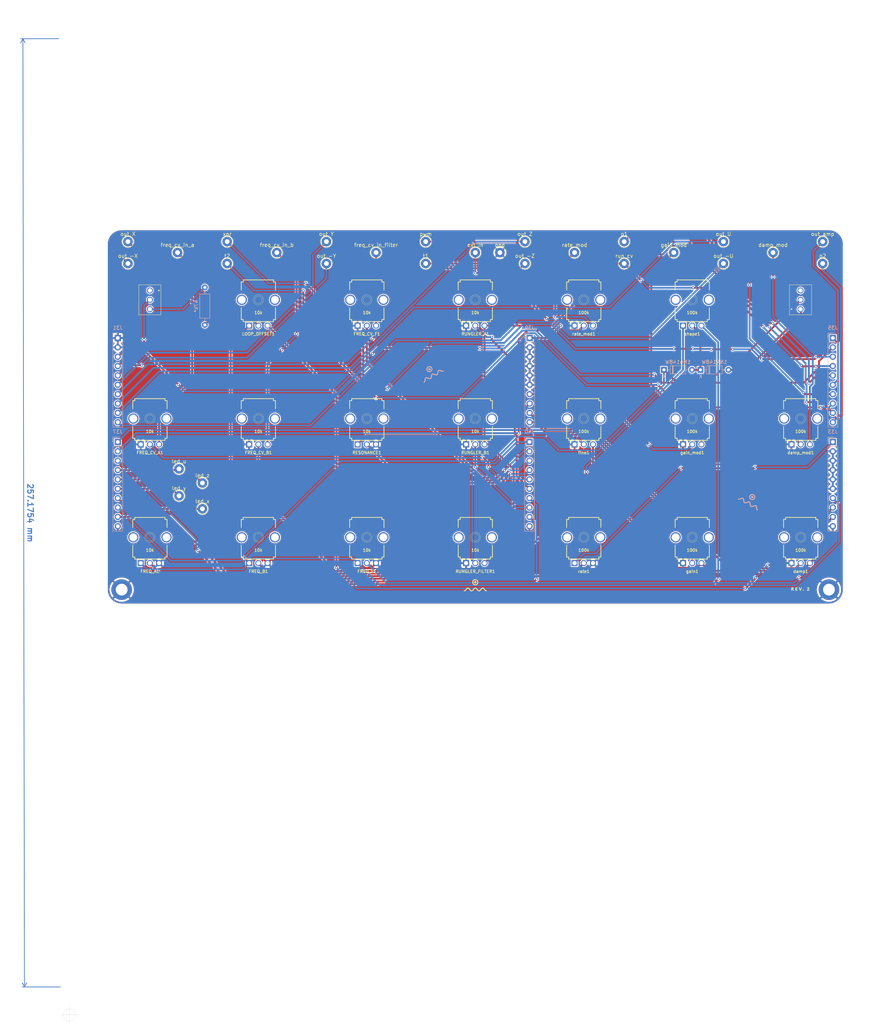
<source format=kicad_pcb>
(kicad_pcb (version 20211014) (generator pcbnew)
  (title_block (title "The Hypjolin Box") (company "Triglav Modular") (comment 1 "Circuit by Rob Hordijk & Ian Fritz"))
  (layers (0 "F.Cu" signal) (31 "B.Cu" signal) (34 "B.Paste" user) (35 "F.Paste" user) (36 "B.SilkS" user "B.Silkscreen") (37 "F.SilkS" user "F.Silkscreen") (38 "B.Mask" user) (39 "F.Mask" user) (44 "Edge.Cuts" user))
  (net 0 "")
  (net 1 "/P {slash} P1")
  (net 2 "Net-(FREQ_CV_B1-Pad3)")
  (net 3 "Net-(LOOP_OFFSET1-Pad2)")
  (net 4 "Net-(R18-Pad2)")
  (net 5 "Net-(FREQ_CV_F1-Pad3)")
  (net 6 "Net-(D30-Pad2)")
  (net 7 "Net-(FREQ_CV_A1-Pad3)")
  (net 8 "Net-(D31-Pad2)")
  (net 11 "/P {slash} OUT_AMP")
  (net 12 "/P {slash} PWM")
  (net 13 "/P {slash} RUN_CV")
  (net 14 "/P {slash} XOR")
  (net 15 "/P {slash} out -U")
  (net 16 "/P {slash} out U")
  (net 17 "/P {slash} out Z")
  (net 18 "/P {slash} out -Z")
  (net 19 "/P {slash} out Y")
  (net 20 "/P {slash} out -Y")
  (net 21 "/P {slash} out -X")
  (net 22 "/P {slash} out X")
  (net 23 "/P {slash} gain_mod")
  (net 24 "/P {slash} rate_mod")
  (net 25 "/P {slash} damp_mod")
  (net 26 "P {slash} GND")
  (net 27 "P {slash} V-")
  (net 28 "P {slash} V+")
  (net 29 "P {slash} VCC")
  (net 30 "/P {slash} LEDU")
  (net 31 "/P {slash} LEDZ")
  (net 32 "/P {slash} LEDY")
  (net 33 "/P {slash} shape_OUT")
  (net 34 "/P {slash} LEDX")
  (net 35 "/P {slash} ext_in")
  (net 36 "/P {slash} shape_IN2")
  (net 37 "/P {slash} shape_IN1")
  (net 38 "/P {slash} damp_pot")
  (net 39 "/P {slash} fine_pot")
  (net 40 "/P {slash} gain_pot")
  (net 41 "/P {slash} gain_mod_pot")
  (net 42 "/P {slash} rate_mod_pot")
  (net 43 "/P {slash} rate_pot")
  (net 44 "/P {slash} damp_mod_pot")
  (net 45 "/P {slash} freq_cv_b_pot")
  (net 46 "/P {slash} freq_a_pot")
  (net 47 "/P {slash} freq_b_pot")
  (net 48 "/P {slash} freq_cv_a_pot")
  (net 49 "/P {slash} run_a_pot")
  (net 50 "/P {slash} run_b_pot")
  (net 51 "/P {slash} offset_switch")
  (net 52 "/P {slash} cv_f_pot")
  (net 53 "/P {slash} freq_f_pot")
  (net 54 "/P {slash} run_f_pot")
  (net 55 "/P {slash} reso_pot_B")
  (net 56 "/P {slash} reso_pot_A")
  (net 57 "/P {slash} P2")
  (net 58 "/P {slash} T1")
  (net 59 "/P {slash} T2")
  (net 60 "P {slash} VEE")
  (footprint "Connector_Pin:Pin_D1.3mm_L11.0mm" (layer "F.Cu") (at 137.153685 90.710129)
    (fp_text reference "J9")
    (fp_text value "pwm")
  )
  (footprint "Triglav:MusicThingModular-9MM_SNAP-IN_POT" (layer "F.Cu") (at 180.068733 138.70306)
    (fp_text reference "fine1")
    (fp_text value "100k")
  )
  (footprint "Triglav:MusicThingModular-9MM_SNAP-IN_POT" (layer "F.Cu") (at 150.624179 106.498585)
    (fp_text reference "RUNGLER_A1")
    (fp_text value "10k")
  )
  (footprint "Connector_Pin:Pin_D1.3mm_L11.0mm" (layer "F.Cu") (at 191.035889 90.710129)
    (fp_text reference "J7")
    (fp_text value "p1")
  )
  (footprint "LOGO" (layer "F.Cu") (at 251.319597 184.895592)
    (fp_text reference "G***" hide)
    (fp_text value "LOGO" hide)
  )
  (footprint "Triglav:MusicThingModular-9MM_SNAP-IN_POT" (layer "F.Cu") (at 91.735031 106.498585)
    (fp_text reference "LOOP_OFFSET1")
    (fp_text value "10k")
  )
  (footprint "Triglav:MusicThingModular-9MM_SNAP-IN_POT" (layer "F.Cu") (at 238.957892 170.907544)
    (fp_text reference "damp1")
    (fp_text value "100k")
  )
  (footprint "Connector_Pin:Pin_D1.3mm_L11.0mm" (layer "F.Cu") (at 69.801531 93.680504)
    (fp_text reference "J1")
    (fp_text value "freq_cv_in_a")
  )
  (footprint "Connector_Pin:Pin_D1.3mm_L11.0mm" (layer "F.Cu") (at 76.55 156.175)
    (fp_text reference "J67")
    (fp_text value "led_z")
  )
  (footprint "Triglav:MusicThingModular-9MM_SNAP-IN_POT" (layer "F.Cu") (at 62.290446 138.70306)
    (fp_text reference "FREQ_CV_A1")
    (fp_text value "10k")
  )
  (footprint "Connector_Pin:Pin_D1.3mm_L11.0mm" (layer "F.Cu") (at 231.447478 93.680504)
    (fp_text reference "J25")
    (fp_text value "damp_mod")
  )
  (footprint "Connector_Pin:Pin_D1.3mm_L11.0mm" (layer "F.Cu") (at 56.330453 90.710129)
    (fp_text reference "J22")
    (fp_text value "out X")
  )
  (footprint "Connector_Pin:Pin_D1.3mm_L11.0mm" (layer "F.Cu") (at 110.212453 96.651565)
    (fp_text reference "J20")
    (fp_text value "out -Y")
  )
  (footprint "Triglav:MusicThingModular-9MM_SNAP-IN_POT" (layer "F.Cu") (at 121.179594 138.70306)
    (fp_text reference "RESONANCE1")
    (fp_text value "10k")
  )
  (footprint "Connector_Pin:Pin_D1.3mm_L11.0mm" (layer "F.Cu") (at 96.74278 93.680504)
    (fp_text reference "J2")
    (fp_text value "freq_cv_in_b")
  )
  (footprint "Connector_Pin:Pin_D1.3mm_L11.0mm" (layer "F.Cu") (at 83.270993 90.710129)
    (fp_text reference "J11")
    (fp_text value "xor")
  )
  (footprint "Connector_Triglav:1082MS1T1B1M2QEEVX" (layer "F.Cu") (at 62.290456 103.96 180)
    (fp_text reference "SW1" hide)
    (fp_text value "SUBMINI_SPDT" hide)
  )
  (footprint "Connector_Pin:Pin_D1.3mm_L11.0mm" (layer "F.Cu") (at 137.153685 96.651565)
    (fp_text reference "J5")
    (fp_text value "t1")
  )
  (footprint "Connector_Pin:Pin_D1.3mm_L11.0mm" (layer "F.Cu") (at 70.2 152.35)
    (fp_text reference "J66")
    (fp_text value "led_u")
  )
  (footprint "Triglav:MusicThingModular-9MM_SNAP-IN_POT" (layer "F.Cu") (at 150.624179 170.907544)
    (fp_text reference "RUNGLER_FILTER1")
    (fp_text value "10k")
  )
  (footprint "Triglav:MusicThingModular-9MM_SNAP-IN_POT" (layer "F.Cu") (at 150.624179 138.70306)
    (fp_text reference "RUNGLER_B1")
    (fp_text value "10k")
  )
  (footprint "Connector_Pin:Pin_D1.3mm_L11.0mm" (layer "F.Cu") (at 177.565548 93.680504)
    (fp_text reference "J24")
    (fp_text value "rate_mod")
  )
  (footprint "Connector_Pin:Pin_D1.3mm_L11.0mm" (layer "F.Cu") (at 164.095172 90.710129)
    (fp_text reference "J17")
    (fp_text value "out Z")
  )
  (footprint "Triglav:MusicThingModular-9MM_SNAP-IN_POT" (layer "F.Cu") (at 91.735031 170.907544)
    (fp_text reference "FREQ_B1")
    (fp_text value "10k")
  )
  (footprint "Connector_Pin:Pin_D1.3mm_L11.0mm" (layer "F.Cu") (at 83.270993 96.651565)
    (fp_text reference "J6")
    (fp_text value "t2")
  )
  (footprint "Connector_Pin:Pin_D1.3mm_L11.0mm" (layer "F.Cu") (at 204.50678 93.680504)
    (fp_text reference "J23")
    (fp_text value "gain_mod")
  )
  (footprint "Connector_Pin:Pin_D1.3mm_L11.0mm" (layer "F.Cu") (at 164.095172 96.651565)
    (fp_text reference "J18")
    (fp_text value "out -Z")
  )
  (footprint "Triglav:MusicThingModular-9MM_SNAP-IN_POT" (layer "F.Cu") (at 209.513307 170.907544)
    (fp_text reference "gain1")
    (fp_text value "100k")
  )
  (footprint "Triglav:MusicThingModular-9MM_SNAP-IN_POT" (layer "F.Cu") (at 209.513307 106.498585)
    (fp_text reference "shape1")
    (fp_text value "100k")
  )
  (footprint "Connector_Pin:Pin_D1.3mm_L11.0mm" (layer "F.Cu") (at 244.917889 96.651565)
    (fp_text reference "J4")
    (fp_text value "p2")
  )
  (footprint "Triglav:MusicThingModular-9MM_SNAP-IN_POT" (layer "F.Cu") (at 62.290446 170.907544)
    (fp_text reference "FREQ_A1")
    (fp_text value "10k")
  )
  (footprint "Connector_Pin:Pin_D1.3mm_L11.0mm" (layer "F.Cu") (at 157.3 93.7)
    (fp_text reference "J71")
    (fp_text value "gnd")
  )
  (footprint "Triglav:MusicThingModular-9MM_SNAP-IN_POT" (layer "F.Cu") (at 91.735031 138.70306)
    (fp_text reference "FREQ_CV_B1")
    (fp_text value "10k")
  )
  (footprint "Connector_Pin:Pin_D1.3mm_L11.0mm" (layer "F.Cu") (at 123.683478 93.680504)
    (fp_text reference "J12")
    (fp_text value "freq_cv_in_filter")
  )
  (footprint "Triglav:MusicThingModular-9MM_SNAP-IN_POT" (layer "F.Cu") (at 180.068733 170.907544)
    (fp_text reference "rate1")
    (fp_text value "100k")
  )
  (footprint "Connector_Pin:Pin_D1.3mm_L11.0mm" (layer "F.Cu") (at 191.035889 96.651565)
    (fp_text reference "J10")
    (fp_text value "run_cv")
  )
  (footprint "Connector_Pin:Pin_D1.3mm_L11.0mm" (layer "F.Cu") (at 70.2 159.65)
    (fp_text reference "J68")
    (fp_text value "led_y")
  )
  (footprint "Connector_Pin:Pin_D1.3mm_L11.0mm" (layer "F.Cu") (at 217.977102 96.651565)
    (fp_text reference "J15")
    (fp_text value "out -U")
  )
  (footprint "Connector_Pin:Pin_D1.3mm_L11.0mm" (layer "F.Cu") (at 150.62471 93.680504)
    (fp_text reference "J3")
    (fp_text value "ext_in")
  )
  (footprint "Triglav:MusicThingModular-9MM_SNAP-IN_POT" (layer "F.Cu") (at 121.179594 170.907544)
    (fp_text reference "FREQ_F1")
    (fp_text value "10k")
  )
  (footprint "Connector_Pin:Pin_D1.3mm_L11.0mm" (layer "F.Cu") (at 244.917889 90.710129)
    (fp_text reference "J8")
    (fp_text value "out_amp")
  )
  (footprint "Connector_Pin:Pin_D1.3mm_L11.0mm" (layer "F.Cu") (at 217.977102 90.710129)
    (fp_text reference "J16")
    (fp_text value "out U")
  )
  (footprint "MountingHole:MountingHole_3.2mm_M3_DIN965_Pad" (layer "F.Cu") (at 246.624171 185.1)
    (fp_text reference "REF**" hide)
    (fp_text value "MountingHole_3.2mm_M3_DIN965_Pad" hide)
  )
  (footprint "Connector_Pin:Pin_D1.3mm_L11.0mm" (layer "F.Cu") (at 76.55 163.175)
    (fp_text reference "J69")
    (fp_text value "led_x")
  )
  (footprint "MountingHole:MountingHole_3.2mm_M3_DIN965_Pad" (layer "F.Cu") (at 54.628427 185.1)
    (fp_text reference "REF**" hide)
    (fp_text value "MountingHole_3.2mm_M3_DIN965_Pad" hide)
  )
  (footprint "Triglav:MusicThingModular-9MM_SNAP-IN_POT" (layer "F.Cu") (at 121.179594 106.498585)
    (fp_text reference "FREQ_CV_F1")
    (fp_text value "10k")
  )
  (footprint "Triglav:MusicThingModular-9MM_SNAP-IN_POT" (layer "F.Cu") (at 238.957892 138.70306)
    (fp_text reference "damp_mod1")
    (fp_text value "100k")
  )
  (footprint "Connector_Pin:Pin_D1.3mm_L11.0mm" (layer "F.Cu") (at 110.212453 90.710129)
    (fp_text reference "J19")
    (fp_text value "out Y")
  )
  (footprint "Triglav:MusicThingModular-9MM_SNAP-IN_POT" (layer "F.Cu") (at 180.068733 106.498585)
    (fp_text reference "rate_mod1")
    (fp_text value "100k")
  )
  (footprint "Connector_Pin:Pin_D1.3mm_L11.0mm" (layer "F.Cu") (at 56.330453 96.651565)
    (fp_text reference "J21")
    (fp_text value "out -X")
  )
  (footprint "Triglav:MusicThingModular-9MM_SNAP-IN_POT" (layer "F.Cu") (at 209.513307 138.70306)
    (fp_text reference "gain_mod1")
    (fp_text value "100k")
  )
  (footprint "Connector_Triglav:1082MS1T1B1M2QEEVX" (layer "F.Cu") (at 238.907895 109.04)
    (fp_text reference "SW2" hide)
    (fp_text value "SUBMINI_SPDT" hide)
  )
  (footprint "Connector_PinSocket_2.54mm:PinSocket_1x10_P2.54mm_Vertical" (layer "B.Cu") (at 53.571171 145.045 180)
    (fp_text reference "J37")
    (fp_text value "CONN_6_P")
  )
  (footprint "Resistor_THT:R_Axial_DIN0207_L6.3mm_D2.5mm_P10.16mm_Horizontal" (layer "B.Cu") (at 77.2 113.3 90)
    (fp_text reference "R18" hide)
    (fp_text value "47k*")
  )
  (footprint "Diode_THT:D_DO-35_SOD27_P7.62mm_Horizontal" (layer "B.Cu") (at 201.828 125.482)
    (fp_text reference "D30" hide)
    (fp_text value "1N4148W")
  )
  (footprint "Connector_PinSocket_2.54mm:PinSocket_1x10_P2.54mm_Vertical" (layer "B.Cu") (at 165.381171 116.846 180)
    (fp_text reference "J39")
    (fp_text value "CONN_1_P")
  )
  (footprint "Connector_PinSocket_2.54mm:PinSocket_1x10_P2.54mm_Vertical" (layer "B.Cu") (at 53.571171 116.846 180)
    (fp_text reference "J31")
    (fp_text value "CONN_4_P")
  )
  (footprint "Diode_THT:D_DO-35_SOD27_P7.62mm_Horizontal" (layer "B.Cu") (at 211.734 125.482)
    (fp_text reference "D31" hide)
    (fp_text value "1N4148W")
  )
  (footprint "Connector_PinSocket_2.54mm:PinSocket_1x10_P2.54mm_Vertical" (layer "B.Cu") (at 247.677171 116.846 180)
    (fp_text reference "J35")
    (fp_text value "CONN_2_P")
  )
  (footprint "Connector_PinSocket_2.54mm:PinSocket_1x10_P2.54mm_Vertical" (layer "B.Cu") (at 165.331171 145.045 180)
    (fp_text reference "J40")
    (fp_text value "CONN_3_P")
  )
  (footprint "Connector_PinSocket_2.54mm:PinSocket_1x10_P2.54mm_Vertical" (layer "B.Cu") (at 247.677171 145.045 180)
    (fp_text reference "J33")
    (fp_text value "CONN_5_P")
  )
  (gr_circle (center 138.165412 125.30623) (end 137.55996 125.655788) (layer "B.SilkS") (width 0.25) (fill none))
  (gr_curve (pts (xy 141.939319 125.813336) (xy 141.726166 125.936399) (xy 141.492979 125.838935) (xy 141.247988 125.734564)) (layer "B.SilkS") (width 0.25))
  (gr_curve (pts (xy 226.764948 162.335634) (xy 226.62107 162.252566) (xy 226.393843 162.34955) (xy 226.19187 162.436022)) (layer "B.SilkS") (width 0.25))
  (gr_curve (pts (xy 222.711098 160.426397) (xy 222.466955 160.529298) (xy 222.233768 160.626762) (xy 222.020616 160.503698)) (layer "B.SilkS") (width 0.25))
  (gr_curve (pts (xy 139.507069 126.739684) (xy 139.306308 126.654081) (xy 139.078403 126.55592) (xy 138.934525 126.638988)) (layer "B.SilkS") (width 0.25))
  (gr_curve (pts (xy 226.964013 162.881819) (xy 226.937768 162.665153) (xy 226.908826 162.418702) (xy 226.764948 162.335634)) (layer "B.SilkS") (width 0.25))
  (gr_curve (pts (xy 137.766683 127.744497) (xy 137.566092 127.659186) (xy 137.338016 127.560732) (xy 137.194139 127.6438)) (layer "B.SilkS") (width 0.25))
  (gr_circle (center 225.793673 159.998063) (end 225.188221 159.648505) (layer "B.SilkS") (width 0.25) (fill none))
  (gr_curve (pts (xy 225.500541 162.514794) (xy 225.285789 162.390808) (xy 225.2552 162.141052) (xy 225.223094 161.876699)) (layer "B.SilkS") (width 0.25))
  (gr_curve (pts (xy 138.735459 127.185174) (xy 138.703351 127.449528) (xy 138.672763 127.699283) (xy 138.458013 127.823269)) (layer "B.SilkS") (width 0.25))
  (gr_curve (pts (xy 227.24146 163.519915) (xy 227.028308 163.396851) (xy 226.996121 163.146173) (xy 226.964013 162.881819)) (layer "B.SilkS") (width 0.25))
  (gr_curve (pts (xy 137.194139 127.6438) (xy 137.050261 127.726868) (xy 137.02064 127.972144) (xy 136.995073 128.189986)) (layer "B.SilkS") (width 0.25))
  (gr_curve (pts (xy 225.024027 161.330513) (xy 224.880151 161.247445) (xy 224.652923 161.34443) (xy 224.451483 161.43121)) (layer "B.SilkS") (width 0.25))
  (gr_curve (pts (xy 140.198399 126.818456) (xy 139.983648 126.942443) (xy 139.752059 126.844056) (xy 139.507069 126.739684)) (layer "B.SilkS") (width 0.25))
  (gr_curve (pts (xy 226.19187 162.436022) (xy 225.946879 162.540393) (xy 225.715291 162.638781) (xy 225.500541 162.514794)) (layer "B.SilkS") (width 0.25))
  (gr_curve (pts (xy 223.482707 160.871887) (xy 223.456293 160.655514) (xy 223.427519 160.408768) (xy 223.283642 160.325701)) (layer "B.SilkS") (width 0.25))
  (gr_circle (center 225.793673 159.998063) (end 225.620085 159.897842) (layer "B.SilkS") (width 0.25) (fill none))
  (gr_curve (pts (xy 223.283642 160.325701) (xy 223.139764 160.242633) (xy 222.912538 160.339618) (xy 222.711098 160.426397)) (layer "B.SilkS") (width 0.25))
  (gr_curve (pts (xy 140.675445 125.633867) (xy 140.531567 125.716935) (xy 140.501945 125.962211) (xy 140.475845 126.180361)) (layer "B.SilkS") (width 0.25))
  (gr_curve (pts (xy 141.247988 125.734564) (xy 141.047227 125.64896) (xy 140.819323 125.550799) (xy 140.675445 125.633867)) (layer "B.SilkS") (width 0.25))
  (gr_curve (pts (xy 138.934525 126.638988) (xy 138.790648 126.722055) (xy 138.761025 126.967332) (xy 138.735459 127.185174)) (layer "B.SilkS") (width 0.25))
  (gr_curve (pts (xy 136.995073 128.189986) (xy 136.962116 128.45287) (xy 136.929929 128.703548) (xy 136.716776 128.826611)) (layer "B.SilkS") (width 0.25))
  (gr_circle (center 138.165412 125.30623) (end 137.991824 125.406451) (layer "B.SilkS") (width 0.25) (fill none))
  (gr_curve (pts (xy 140.475845 126.180361) (xy 140.443738 126.444715) (xy 140.41315 126.69447) (xy 140.198399 126.818456)) (layer "B.SilkS") (width 0.25))
  (gr_curve (pts (xy 224.451483 161.43121) (xy 224.206492 161.535581) (xy 223.974904 161.633968) (xy 223.760154 161.509982)) (layer "B.SilkS") (width 0.25))
  (gr_curve (pts (xy 138.458013 127.823269) (xy 138.243262 127.947255) (xy 138.011673 127.848868) (xy 137.766683 127.744497)) (layer "B.SilkS") (width 0.25))
  (gr_curve (pts (xy 225.223094 161.876699) (xy 225.196848 161.660033) (xy 225.167905 161.413581) (xy 225.024027 161.330513)) (layer "B.SilkS") (width 0.25))
  (gr_curve (pts (xy 223.760154 161.509982) (xy 223.545403 161.385995) (xy 223.514815 161.13624) (xy 223.482707 160.871887)) (layer "B.SilkS") (width 0.25))
  (gr_curve (pts (xy 150.624487 184.634216) (xy 150.790622 184.634216) (xy 150.938914 184.83182) (xy 151.069976 185.007694)) (layer "F.SilkS") (width 0.25))
  (gr_circle (center 150.624179 183.095457) (end 150.824621 183.095457) (layer "F.SilkS") (width 0.25) (fill none))
  (gr_curve (pts (xy 150.178997 185.007694) (xy 150.31006 184.833178) (xy 150.458351 184.634216) (xy 150.624487 184.634216)) (layer "F.SilkS") (width 0.25))
  (gr_curve (pts (xy 147.609433 185.421577) (xy 147.85556 185.421577) (xy 148.008774 185.220577) (xy 148.168757 185.007694)) (layer "F.SilkS") (width 0.25))
  (gr_curve (pts (xy 152.188622 185.007694) (xy 152.319684 184.833517) (xy 152.467976 184.634216) (xy 152.634111 184.634216)) (layer "F.SilkS") (width 0.25))
  (gr_curve (pts (xy 151.069976 185.007694) (xy 151.229959 185.220577) (xy 151.381327 185.421577) (xy 151.629299 185.421577)) (layer "F.SilkS") (width 0.25))
  (gr_curve (pts (xy 151.629299 185.421577) (xy 151.877272 185.421577) (xy 152.02864 185.220577) (xy 152.188622 185.007694)) (layer "F.SilkS") (width 0.25))
  (gr_curve (pts (xy 153.079601 185.007694) (xy 153.239584 185.21888) (xy 153.392798 185.419879) (xy 153.638925 185.419879)) (layer "F.SilkS") (width 0.25))
  (gr_curve (pts (xy 148.168757 185.007694) (xy 148.299819 184.833178) (xy 148.44811 184.634216) (xy 148.614246 184.634216)) (layer "F.SilkS") (width 0.25))
  (gr_curve (pts (xy 148.614246 184.634216) (xy 148.780382 184.634216) (xy 148.928673 184.83182) (xy 149.060351 185.007694)) (layer "F.SilkS") (width 0.25))
  (gr_curve (pts (xy 152.634111 184.634216) (xy 152.800247 184.634216) (xy 152.948538 184.83182) (xy 153.079601 185.007694)) (layer "F.SilkS") (width 0.25))
  (gr_curve (pts (xy 149.619674 185.421577) (xy 149.867647 185.421577) (xy 150.019015 185.220577) (xy 150.178997 185.007694)) (layer "F.SilkS") (width 0.25))
  (gr_curve (pts (xy 149.060351 185.007694) (xy 149.220333 185.220577) (xy 149.371701 185.421577) (xy 149.619674 185.421577)) (layer "F.SilkS") (width 0.25))
  (gr_circle (center 150.624179 183.095457) (end 151.323295 183.095457) (layer "F.SilkS") (width 0.25) (fill none))
  (gr_arc (start 50.625 91.4) (mid 51.796573 88.571573) (end 54.625 87.4) (layer "Edge.Cuts") (width 0.05))
  (gr_line (start 250.624171 91.4) (end 250.624171 185.1) (layer "Edge.Cuts") (width 0.05))
  (gr_line (start 54.625 87.4) (end 246.624171 87.4) (layer "Edge.Cuts") (width 0.05))
  (gr_line (start 246.624171 189.1) (end 54.628427 189.1) (layer "Edge.Cuts") (width 0.05))
  (gr_arc (start 246.624171 87.4) (mid 249.452617 88.571563) (end 250.624171 91.4) (layer "Edge.Cuts") (width 0.05))
  (gr_arc (start 250.624171 185.1) (mid 249.452598 187.928427) (end 246.624171 189.1) (layer "Edge.Cuts") (width 0.05))
  (gr_arc (start 54.628427 189.1) (mid 51.8 187.928427) (end 50.628427 185.1) (layer "Edge.Cuts") (width 0.05))
  (gr_line (start 50.628427 185.1) (end 50.625 91.4) (layer "Edge.Cuts") (width 0.05))
  (dimension (type aligned) (layer "B.Cu") (pts (xy 38.0488 35.6676) (xy 38.4806 292.8426)) (height 10.23546) (gr_text "257.1754 mm" (at 29.829251 164.269263 270.0962002) (layer "B.Cu") (effects (font (size 1.5 1.5) (thickness 0.3)))) (format (units 3) (units_format 1) (precision 4)) (style (thickness 0.2) (arrow_length 1.27) (text_position_mode 0) (extension_height 0.58642) (extension_offset 0.5) keep_text_aligned))
  (target plus (at 40.45 300.425) (size 5) (width 0.05) (layer "Edge.Cuts"))
  (segment (start 247.677171 132.086) (end 240.1365 132.086) (width 0.5) (layer "F.Cu") (net 1))
  (segment (start 192.335889 89.410129) (end 213.21054 89.410129) (width 0.5) (layer "F.Cu") (net 1))
  (segment (start 191.035889 90.710129) (end 192.335889 89.410129) (width 0.5) (layer "F.Cu") (net 1))
  (segment (start 213.21054 89.410129) (end 225.1 101.299589) (width 0.5) (layer "F.Cu") (net 1))
  (segment (start 240.1365 132.086) (end 239.7005 131.65) (width 0.5) (layer "F.Cu") (net 1))
  (segment (start 225.1 101.299589) (end 225.1 102.45) (width 0.5) (layer "F.Cu") (net 1))
  (via (at 239.7005 131.65) (size 0.8) (drill 0.4) (layers "F.Cu" "B.Cu") (net 1))
  (via (at 225.1 102.45) (size 0.8) (drill 0.4) (layers "F.Cu" "B.Cu") (net 1))
  (segment (start 239.7005 131.65) (end 225.1 117.0495) (width 0.5) (layer "B.Cu") (net 1))
  (segment (start 225.1 117.0495) (end 225.1 102.45) (width 0.5) (layer "B.Cu") (net 1))
  (segment (start 102.108321 99.046045) (end 102.108321 115.741948) (width 0.5) (layer "F.Cu") (net 2))
  (segment (start 94.234391 145.70076) (end 94.234391 123.890609) (width 0.5) (layer "F.Cu") (net 2))
  (segment (start 94.234391 123.890609) (end 98.075 120.05) (width 0.5) (layer "F.Cu") (net 2))
  (segment (start 96.74278 93.680504) (end 102.108321 99.046045) (width 0.5) (layer "F.Cu") (net 2))
  (via (at 98.075 120.05) (size 0.8) (drill 0.4) (layers "F.Cu" "B.Cu") (net 2))
  (via (at 102.108321 115.741948) (size 0.8) (drill 0.4) (layers "F.Cu" "B.Cu") (net 2))
  (segment (start 102.108321 116.016679) (end 98.075 120.05) (width 0.5) (layer "B.Cu") (net 2))
  (segment (start 102.108321 115.741948) (end 102.108321 116.016679) (width 0.5) (layer "B.Cu") (net 2))
  (segment (start 90.460801 112.222055) (end 91.735031 113.496285) (width 0.5) (layer "F.Cu") (net 3))
  (segment (start 77.2 113.3) (end 78.277945 112.222055) (width 0.5) (layer "F.Cu") (net 3))
  (segment (start 78.277945 112.222055) (end 90.460801 112.222055) (width 0.5) (layer "F.Cu") (net 3))
  (segment (start 71.3 109.04) (end 62.290456 109.04) (width 0.5) (layer "B.Cu") (net 4))
  (segment (start 77.2 103.14) (end 71.3 109.04) (width 0.5) (layer "B.Cu") (net 4))
  (segment (start 123.683478 113.491761) (end 123.678954 113.496285) (width 0.5) (layer "F.Cu") (net 5))
  (segment (start 123.683478 93.680504) (end 123.683478 113.491761) (width 0.5) (layer "F.Cu") (net 5))
  (segment (start 211.734 125.482) (end 211.734 115.716978) (width 0.5) (layer "F.Cu") (net 6))
  (segment (start 211.734 115.716978) (end 209.513307 113.496285) (width 0.5) (layer "F.Cu") (net 6))
  (segment (start 209.448 125.482) (end 211.734 125.482) (width 0.5) (layer "F.Cu") (net 6))
  (segment (start 73.751532 128.336468) (end 64.789806 137.298194) (width 0.5) (layer "F.Cu") (net 7))
  (segment (start 73.751532 97.630505) (end 73.751532 128.336468) (width 0.5) (layer "F.Cu") (net 7))
  (segment (start 73.751532 97.630505) (end 69.801531 93.680504) (width 0.5) (layer "F.Cu") (net 7))
  (segment (start 64.789806 137.298194) (end 64.789806 145.70076) (width 0.5) (layer "F.Cu") (net 7))
  (segment (start 239 110.7) (end 239 109.132105) (width 0.5) (layer "F.Cu") (net 8))
  (segment (start 224.218 125.482) (end 239 110.7) (width 0.5) (layer "F.Cu") (net 8))
  (segment (start 219.354 125.482) (end 224.218 125.482) (width 0.5) (layer "F.Cu") (net 8))
  (segment (start 242.4 97.325) (end 249.072 103.997) (width 0.5) (layer "B.Cu") (net 11))
  (segment (start 249.072 128.151171) (end 247.677171 129.546) (width 0.5) (layer "B.Cu") (net 11))
  (segment (start 242.4 97.325) (end 242.4 93.228018) (width 0.5) (layer "B.Cu") (net 11))
  (segment (start 249.072 103.997) (end 249.072 128.151171) (width 0.5) (layer "B.Cu") (net 11))
  (segment (start 242.4 93.228018) (end 244.917889 90.710129) (width 0.5) (layer "B.Cu") (net 11))
  (segment (start 208.475 90.7) (end 230.61576 112.84076) (width 0.5) (layer "F.Cu") (net 12))
  (segment (start 166.580175 90.7) (end 188.550886 90.7) (width 0.5) (layer "F.Cu") (net 12))
  (segment (start 191.325886 93.475) (end 198.975 93.475) (width 0.5) (layer "F.Cu") (net 12))
  (segment (start 164.820046 92.460129) (end 166.580175 90.7) (width 0.5) (layer "F.Cu") (net 12))
  (segment (start 198.975 93.475) (end 201.75 90.7) (width 0.5) (layer "F.Cu") (net 12))
  (segment (start 161.620298 90.710129) (end 163.370298 92.460129) (width 0.5) (layer "F.Cu") (net 12))
  (segment (start 163.370298 92.460129) (end 164.820046 92.460129) (width 0.5) (layer "F.Cu") (net 12))
  (segment (start 230.61576 112.84076) (end 231.36576 112.84076) (width 0.5) (layer "F.Cu") (net 12))
  (segment (start 241.175 129.1) (end 243.269 127.006) (width 0.5) (layer "F.Cu") (net 12))
  (segment (start 201.75 90.7) (end 208.475 90.7) (width 0.5) (layer "F.Cu") (net 12))
  (segment (start 188.550886 90.7) (end 191.325886 93.475) (width 0.5) (layer "F.Cu") (net 12))
  (segment (start 243.269 127.006) (end 247.677171 127.006) (width 0.5) (layer "F.Cu") (net 12))
  (segment (start 137.153685 90.710129) (end 161.620298 90.710129) (width 0.5) (layer "F.Cu") (net 12))
  (via (at 231.36576 112.84076) (size 0.8) (drill 0.4) (layers "F.Cu" "B.Cu") (net 12))
  (via (at 241.175 129.1) (size 0.8) (drill 0.4) (layers "F.Cu" "B.Cu") (net 12))
  (segment (start 241.175 129.1) (end 241.175 122.65) (width 0.5) (layer "B.Cu") (net 12))
  (segment (start 241.175 122.65) (end 231.36576 112.84076) (width 0.5) (layer "B.Cu") (net 12))
  (segment (start 243.074001 124.525) (end 239.4 124.525) (width 0.5) (layer "F.Cu") (net 13))
  (segment (start 191.035889 96.651565) (end 188.41576 96.651565) (width 0.5) (layer "F.Cu") (net 13))
  (segment (start 188.41576 96.651565) (end 171.57104 113.496285) (width 0.5) (layer "F.Cu") (net 13))
  (segment (start 154.289176 145.70076) (end 153.123539 145.70076) (width 0.5) (layer "F.Cu") (net 13))
  (segment (start 161.025466 170.003317) (end 161.025466 152.43705) (width 0.5) (layer "F.Cu") (net 13))
  (segment (start 209.775 103.225) (end 218.125 103.225) (width 0.5) (layer "F.Cu") (net 13))
  (segment (start 161.025466 152.43705) (end 154.289176 145.70076) (width 0.5) (layer "F.Cu") (net 13))
  (segment (start 153.123539 145.70076) (end 153.123539 113.496285) (width 0.5) (layer "F.Cu") (net 13))
  (segment (start 195.584322 101.199998) (end 195.65 101.199998) (width 0.5) (layer "F.Cu") (net 13))
  (segment (start 153.123539 177.905244) (end 161.025466 170.003317) (width 0.5) (layer "F.Cu") (net 13))
  (segment (start 239.4 124.525) (end 239.15 124.275) (width 0.5) (layer "F.Cu") (net 13))
  (segment (start 218.125 103.225) (end 228.7 113.8) (width 0.5) (layer "F.Cu") (net 13))
  (segment (start 191.035889 96.651565) (end 195.584322 101.199998) (width 0.5) (layer "F.Cu") (net 13))
  (segment (start 171.57104 113.496285) (end 153.123539 113.496285) (width 0.5) (layer "F.Cu") (net 13))
  (via (at 195.65 101.199998) (size 0.8) (drill 0.4) (layers "F.Cu" "B.Cu") (net 13))
  (via (at 243.074001 124.525) (size 0.8) (drill 0.4) (layers "F.Cu" "B.Cu") (net 13))
  (via (at 209.775 103.225) (size 0.8) (drill 0.4) (layers "F.Cu" "B.Cu") (net 13))
  (via (at 228.7 113.8) (size 0.8) (drill 0.4) (layers "F.Cu" "B.Cu") (net 13))
  (via (at 239.15 124.275) (size 0.8) (drill 0.4) (layers "F.Cu" "B.Cu") (net 13))
  (segment (start 195.65 101.199998) (end 197.675002 103.225) (width 0.5) (layer "B.Cu") (net 13))
  (segment (start 228.7 113.8) (end 228.7 113.825) (width 0.5) (layer "B.Cu") (net 13))
  (segment (start 197.675002 103.225) (end 209.775 103.225) (width 0.5) (layer "B.Cu") (net 13))
  (segment (start 247.677171 124.466) (end 243.133001 124.466) (width 0.5) (layer "B.Cu") (net 13))
  (segment (start 228.7 113.825) (end 239.15 124.275) (width 0.5) (layer "B.Cu") (net 13))
  (segment (start 243.133001 124.466) (end 243.074001 124.525) (width 0.5) (layer "B.Cu") (net 13))
  (segment (start 242.725 122.575) (end 228.35 122.575) (width 0.5) (layer "F.Cu") (net 14))
  (segment (start 243.15 122.15) (end 242.725 122.575) (width 0.5) (layer "F.Cu") (net 14))
  (segment (start 120.2 123.275) (end 120.2 128.4) (width 0.5) (layer "F.Cu") (net 14))
  (segment (start 122.375 130.575) (end 126.7 130.575) (width 0.5) (layer "F.Cu") (net 14))
  (segment (start 214.675 119.925) (end 220.5 119.925) (width 0.5) (layer "F.Cu") (net 14))
  (segment (start 120.2 128.4) (end 122.375 130.575) (width 0.5) (layer "F.Cu") (net 14))
  (segment (start 204.5 119.8) (end 209.675 119.8) (width 0.5) (layer "F.Cu") (net 14))
  (segment (start 118.475 115.875) (end 120.2 117.6) (width 0.5) (layer "F.Cu") (net 14))
  (segment (start 104.625 102.025) (end 118.475 115.875) (width 0.5) (layer "F.Cu") (net 14))
  (segment (start 120.2 117.6) (end 120.2 123.275) (width 0.5) (layer "F.Cu") (net 14))
  (via (at 126.7 130.575) (size 0.8) (drill 0.4) (layers "F.Cu" "B.Cu") (net 14))
  (via (at 214.675 119.925) (size 0.8) (drill 0.4) (layers "F.Cu" "B.Cu") (net 14))
  (via (at 204.5 119.8) (size 0.8) (drill 0.4) (layers "F.Cu" "B.Cu") (net 14))
  (via (at 209.675 119.8) (size 0.8) (drill 0.4) (layers "F.Cu" "B.Cu") (net 14))
  (via (at 220.5 119.925) (size 0.8) (drill 0.4) (layers "F.Cu" "B.Cu") (net 14))
  (via (at 228.35 122.575) (size 0.8) (drill 0.4) (layers "F.Cu" "B.Cu") (net 14))
  (via (at 104.625 102.025) (size 0.8) (drill 0.4) (layers "F.Cu" "B.Cu") (net 14))
  (via (at 243.15 122.15) (size 0.8) (drill 0.4) (layers "F.Cu" "B.Cu") (net 14))
  (segment (start 94.585864 102.025) (end 104.625 102.025) (width 0.5) (layer "B.Cu") (net 14))
  (segment (start 83.270993 90.710129) (end 94.585864 102.025) (width 0.5) (layer "B.Cu") (net 14))
  (segment (start 166.65 113.125) (end 166.975 113.125) (width 0.5) (layer "B.Cu") (net 14))
  (segment (start 247.677171 121.926) (end 243.374 121.926) (width 0.5) (layer "B.Cu") (net 14))
  (segment (start 126.7 130.575) (end 134.1 123.175) (width 0.5) (layer "B.Cu") (net 14))
  (segment (start 176.55 118.525) (end 177.825 119.8) (width 0.5) (layer "B.Cu") (net 14))
  (segment (start 170.95 113.125) (end 171.15 113.125) (width 0.5) (layer "B.Cu") (net 14))
  (segment (start 158.5 118.175) (end 163.55 113.125) (width 0.5) (layer "B.Cu") (net 14))
  (segment (start 228.35 122.575) (end 225.7 119.925) (width 0.5) (layer "B.Cu") (net 14))
  (segment (start 177.825 119.8) (end 204.5 119.8) (width 0.5) (layer "B.Cu") (net 14))
  (segment (start 243.374 121.926) (end 243.15 122.15) (width 0.5) (layer "B.Cu") (net 14))
  (segment (start 214.55 119.8) (end 214.675 119.925) (width 0.5) (layer "B.Cu") (net 14))
  (segment (start 139.1 118.175) (end 158.225 118.175) (width 0.5) (layer "B.Cu") (net 14))
  (segment (start 163.55 113.125) (end 166.65 113.125) (width 0.5) (layer "B.Cu") (net 14))
  (segment (start 171.15 113.125) (end 176.55 118.525) (width 0.5) (layer "B.Cu") (net 14))
  (segment (start 209.675 119.8) (end 214.55 119.8) (width 0.5) (layer "B.Cu") (net 14))
  (segment (start 134.1 123.175) (end 138.425 118.85) (width 0.5) (layer "B.Cu") (net 14))
  (segment (start 225.7 119.925) (end 220.5 119.925) (width 0.5) (layer "B.Cu") (net 14))
  (segment (start 158.225 118.175) (end 158.5 118.175) (width 0.5) (layer "B.Cu") (net 14))
  (segment (start 170.275 113.125) (end 170.95 113.125) (width 0.5) (layer "B.Cu") (net 14))
  (segment (start 166.975 113.125) (end 170.275 113.125) (width 0.5) (layer "B.Cu") (net 14))
  (segment (start 138.425 118.85) (end 139.1 118.175) (width 0.5) (layer "B.Cu") (net 14))
  (segment (start 171.439743 112.425499) (end 166.789743 112.425499) (width 0.5) (layer "B.Cu") (net 15))
  (segment (start 175.938744 116.9245) (end 171.439743 112.425499) (width 0.5) (layer "B.Cu") (net 15))
  (segment (start 105.944 140.556) (end 54.421171 140.556) (width 0.5) (layer "B.Cu") (net 15))
  (segment (start 217.977102 96.651565) (end 197.704167 116.9245) (width 0.5) (layer "B.Cu") (net 15))
  (segment (start 162.624501 112.375499) (end 157.524501 117.475499) (width 0.5) (layer "B.Cu") (net 15))
  (segment (start 197.704167 116.9245) (end 175.938744 116.9245) (width 0.5) (layer "B.Cu") (net 15))
  (segment (start 157.524501 117.475499) (end 129.024501 117.475499) (width 0.5) (layer "B.Cu") (net 15))
  (segment (start 166.789743 112.425499) (end 166.739743 112.375499) (width 0.5) (layer "B.Cu") (net 15))
  (segment (start 129.024501 117.475499) (end 105.944 140.556) (width 0.5) (layer "B.Cu") (net 15))
  (segment (start 54.421171 140.556) (end 53.571171 139.706) (width 0.5) (layer "B.Cu") (net 15))
  (segment (start 166.739743 112.375499) (end 162.624501 112.375499) (width 0.5) (layer "B.Cu") (net 15))
  (segment (start 116.889743 125.649501) (end 116.625499 125.649501) (width 0.5) (layer "B.Cu") (net 16))
  (segment (start 116.625499 125.649501) (end 116.35 125.925) (width 0.5) (layer "B.Cu") (net 16))
  (segment (start 64.812171 125.925) (end 53.571171 137.166) (width 0.5) (layer "B.Cu") (net 16))
  (segment (start 187.05 108.55) (end 133.989244 108.55) (width 0.5) (layer "B.Cu") (net 16))
  (segment (start 217.977102 90.710129) (end 204.889871 90.710129) (width 0.5) (layer "B.Cu") (net 16))
  (segment (start 133.989244 108.55) (end 116.889743 125.649501) (width 0.5) (layer "B.Cu") (net 16))
  (segment (start 204.889871 90.710129) (end 187.05 108.55) (width 0.5) (layer "B.Cu") (net 16))
  (segment (start 116.35 125.925) (end 64.812171 125.925) (width 0.5) (layer "B.Cu") (net 16))
  (segment (start 164.095172 90.710129) (end 150.839871 90.710129) (width 0.5) (layer "B.Cu") (net 17))
  (segment (start 116.6 124.95) (end 63.247171 124.95) (width 0.5) (layer "B.Cu") (net 17))
  (segment (start 63.247171 124.95) (end 53.571171 134.626) (width 0.5) (layer "B.Cu") (net 17))
  (segment (start 150.839871 90.710129) (end 116.6 124.95) (width 0.5) (layer "B.Cu") (net 17))
  (segment (start 162.795172 97.951565) (end 141.84706 97.951565) (width 0.5) (layer "F.Cu") (net 18))
  (segment (start 164.095172 96.651565) (end 162.795172 97.951565) (width 0.5) (layer "F.Cu") (net 18))
  (segment (start 141.84706 97.951565) (end 122.760169 117.038456) (width 0.5) (layer "F.Cu") (net 18))
  (via (at 122.760169 117.038456) (size 0.8) (drill 0.4) (layers "F.Cu" "B.Cu") (net 18))
  (segment (start 122.760169 117.038456) (end 122.685257 117.113368) (width 0.5) (layer "B.Cu") (net 18))
  (segment (start 116.035756 123.975) (end 61.682171 123.975) (width 0.5) (layer "B.Cu") (net 18))
  (segment (start 61.682171 123.975) (end 53.571171 132.086) (width 0.5) (layer "B.Cu") (net 18))
  (segment (start 122.685257 117.113368) (end 122.685257 117.325499) (width 0.5) (layer "B.Cu") (net 18))
  (segment (start 122.685257 117.325499) (end 116.035756 123.975) (width 0.5) (layer "B.Cu") (net 18))
  (segment (start 88.70771 120.825) (end 62.292171 120.825) (width 0.5) (layer "B.Cu") (net 19))
  (segment (start 110.212453 90.710129) (end 106.55 94.372582) (width 0.5) (layer "B.Cu") (net 19))
  (segment (start 106.55 94.372582) (end 106.55 102.98271) (width 0.5) (layer "B.Cu") (net 19))
  (segment (start 106.55 102.98271) (end 88.70771 120.825) (width 0.5) (layer "B.Cu") (net 19))
  (segment (start 62.292171 120.825) (end 53.571171 129.546) (width 0.5) (layer "B.Cu") (net 19))
  (segment (start 53.571171 127.006) (end 56.342414 124.234757) (width 0.5) (layer "F.Cu") (net 20))
  (segment (start 56.342414 124.234757) (end 60.083789 124.234757) (width 0.5) (layer "F.Cu") (net 20))
  (via (at 60.083789 124.234757) (size 0.8) (drill 0.4) (layers "F.Cu" "B.Cu") (net 20))
  (segment (start 88.65 122.2) (end 62.118546 122.2) (width 0.5) (layer "B.Cu") (net 20))
  (segment (start 62.118546 122.2) (end 60.083789 124.234757) (width 0.5) (layer "B.Cu") (net 20))
  (segment (start 110.212453 100.637547) (end 88.65 122.2) (width 0.5) (layer "B.Cu") (net 20))
  (segment (start 110.212453 96.651565) (end 110.212453 100.637547) (width 0.5) (layer "B.Cu") (net 20))
  (segment (start 56.330453 96.651565) (end 54.580453 94.901565) (width 0.5) (layer "F.Cu") (net 21))
  (segment (start 57.055327 88.960129) (end 59.575 91.479802) (width 0.5) (layer "F.Cu") (net 21))
  (segment (start 59.575 91.479802) (end 59.575 118.462171) (width 0.5) (layer "F.Cu") (net 21))
  (segment (start 54.580453 94.901565) (end 54.580453 89.985255) (width 0.5) (layer "F.Cu") (net 21))
  (segment (start 59.575 118.462171) (end 53.571171 124.466) (width 0.5) (layer "F.Cu") (net 21))
  (segment (start 55.605579 88.960129) (end 57.055327 88.960129) (width 0.5) (layer "F.Cu") (net 21))
  (segment (start 54.580453 89.985255) (end 55.605579 88.960129) (width 0.5) (layer "F.Cu") (net 21))
  (segment (start 58.875 116.622171) (end 58.875 93.254676) (width 0.5) (layer "F.Cu") (net 22))
  (segment (start 58.875 93.254676) (end 56.330453 90.710129) (width 0.5) (layer "F.Cu") (net 22))
  (segment (start 53.571171 121.926) (end 58.875 116.622171) (width 0.5) (layer "F.Cu") (net 22))
  (segment (start 212.012667 145.70076) (end 212.012667 143.088707) (width 0.5) (layer "F.Cu") (net 23))
  (segment (start 212.012667 143.088707) (end 198.37396 129.45) (width 0.5) (layer "F.Cu") (net 23))
  (segment (start 198.37396 129.45) (end 198.37396 99.813324) (width 0.5) (layer "F.Cu") (net 23))
  (segment (start 198.37396 99.813324) (end 204.50678 93.680504) (width 0.5) (layer "F.Cu") (net 23))
  (segment (start 177.565548 93.680504) (end 172.340628 98.905424) (width 0.5) (layer "F.Cu") (net 24))
  (segment (start 172.340628 98.905424) (end 172.340628 111.135764) (width 0.5) (layer "F.Cu") (net 24))
  (via (at 172.340628 111.135764) (size 0.8) (drill 0.4) (layers "F.Cu" "B.Cu") (net 24))
  (segment (start 182.568093 113.496285) (end 180.207572 111.135764) (width 0.5) (layer "B.Cu") (net 24))
  (segment (start 180.207572 111.135764) (end 172.340628 111.135764) (width 0.5) (layer "B.Cu") (net 24))
  (segment (start 231.447478 93.680504) (end 231.447478 100.322478) (width 0.5) (layer "F.Cu") (net 25))
  (via (at 231.447478 100.322478) (size 0.8) (drill 0.4) (layers "F.Cu" "B.Cu") (net 25))
  (segment (start 242.224501 129.251874) (end 242.224501 121.950734) (width 0.5) (layer "B.Cu") (net 25))
  (segment (start 242.224501 121.950734) (end 231.447478 111.173711) (width 0.5) (layer "B.Cu") (net 25))
  (segment (start 241.457252 145.70076) (end 241.457252 130.019123) (width 0.5) (layer "B.Cu") (net 25))
  (segment (start 241.457252 130.019123) (end 242.224501 129.251874) (width 0.5) (layer "B.Cu") (net 25))
  (segment (start 231.447478 111.173711) (end 231.447478 100.322478) (width 0.5) (layer "B.Cu") (net 25))
  (segment (start 236.458532 153.254532) (end 238.15 154.946) (width 0.5) (layer "F.Cu") (net 26))
  (segment (start 238.409 155.205) (end 247.677171 155.205) (width 0.5) (layer "F.Cu") (net 26))
  (segment (start 236.458532 145.70076) (end 236.458532 153.254532) (width 0.5) (layer "F.Cu") (net 26))
  (segment (start 238.15 154.946) (end 238.409 155.205) (width 0.5) (layer "F.Cu") (net 26))
  (segment (start 84.226 118.505956) (end 89.235671 113.496285) (width 0.5) (layer "F.Cu") (net 27))
  (segment (start 89.235671 177.905244) (end 84.226 172.895573) (width 0.5) (layer "F.Cu") (net 27))
  (segment (start 84.226 172.895573) (end 84.226 118.505956) (width 0.5) (layer "F.Cu") (net 27))
  (segment (start 237.624175 183.9274) (end 249.326 172.225575) (width 0.5) (layer "B.Cu") (net 27))
  (segment (start 90.509901 176.631014) (end 89.235671 177.905244) (width 0.5) (layer "B.Cu") (net 27))
  (segment (start 249.326 161.933829) (end 247.677171 160.285) (width 0.5) (layer "B.Cu") (net 27))
  (segment (start 89.235671 177.905244) (end 87.556915 179.584) (width 0.5) (layer "B.Cu") (net 27))
  (segment (start 61.469842 179.584) (end 59.791086 177.905244) (width 0.5) (layer "B.Cu") (net 27))
  (segment (start 87.556915 179.584) (end 61.469842 179.584) (width 0.5) (layer "B.Cu") (net 27))
  (segment (start 118.680234 177.905244) (end 117.406004 176.631014) (width 0.5) (layer "B.Cu") (net 27))
  (segment (start 249.326 172.225575) (end 249.326 161.933829) (width 0.5) (layer "B.Cu") (net 27))
  (segment (start 118.680234 177.905244) (end 124.70239 183.9274) (width 0.5) (layer "B.Cu") (net 27))
  (segment (start 117.406004 176.631014) (end 90.509901 176.631014) (width 0.5) (layer "B.Cu") (net 27))
  (segment (start 124.70239 183.9274) (end 237.624175 183.9274) (width 0.5) (layer "B.Cu") (net 27))
  (segment (start 226.675 182.05) (end 223.9453 184.7797) (width 0.5) (layer "F.Cu") (net 28))
  (segment (start 94.234391 113.496285) (end 112.949536 132.21143) (width 0.5) (layer "F.Cu") (net 28))
  (segment (start 232.065534 178.436637) (end 230.013363 178.436637) (width 0.5) (layer "F.Cu") (net 28))
  (segment (start 112.949536 132.21143) (end 112.949536 179.16616) (width 0.5) (layer "F.Cu") (net 28))
  (segment (start 247.677171 162.825) (end 232.065534 178.436637) (width 0.5) (layer "F.Cu") (net 28))
  (segment (start 226.675 181.85) (end 226.675 182.05) (width 0.5) (layer "F.Cu") (net 28))
  (via (at 230.013363 178.436637) (size 0.8) (drill 0.4) (layers "F.Cu" "B.Cu") (net 28))
  (via (at 112.949536 179.16616) (size 0.8) (drill 0.4) (layers "F.Cu" "B.Cu") (net 28))
  (via (at 226.675 181.85) (size 0.8) (drill 0.4) (layers "F.Cu" "B.Cu") (net 28))
  (via (at 223.9453 184.7797) (size 0.8) (drill 0.4) (layers "F.Cu" "B.Cu") (net 28))
  (segment (start 112.949536 179.16616) (end 112.949536 179.209232) (width 0.5) (layer "B.Cu") (net 28))
  (segment (start 230.013363 178.511637) (end 230.013363 178.436637) (width 0.5) (layer "B.Cu") (net 28))
  (segment (start 226.675 181.85) (end 230.013363 178.511637) (width 0.5) (layer "B.Cu") (net 28))
  (segment (start 118.520004 184.7797) (end 223.9453 184.7797) (width 0.5) (layer "B.Cu") (net 28))
  (segment (start 112.949536 179.209232) (end 118.520004 184.7797) (width 0.5) (layer "B.Cu") (net 28))
  (segment (start 239.376858 179.985638) (end 214.093061 179.985638) (width 0.5) (layer "F.Cu") (net 29))
  (segment (start 241.457252 177.905244) (end 239.376858 179.985638) (width 0.5) (layer "F.Cu") (net 29))
  (segment (start 205.716074 179.179474) (end 182.568093 156.031493) (width 0.5) (layer "F.Cu") (net 29))
  (segment (start 210.738437 179.179474) (end 205.716074 179.179474) (width 0.5) (layer "F.Cu") (net 29))
  (segment (start 245.903596 173.4589) (end 245.903596 167.138575) (width 0.5) (layer "F.Cu") (net 29))
  (segment (start 182.568093 156.031493) (end 182.568093 145.70076) (width 0.5) (layer "F.Cu") (net 29))
  (segment (start 214.093061 179.985638) (end 212.012667 177.905244) (width 0.5) (layer "F.Cu") (net 29))
  (segment (start 241.457252 177.905244) (end 245.903596 173.4589) (width 0.5) (layer "F.Cu") (net 29))
  (segment (start 212.012667 177.905244) (end 210.738437 179.179474) (width 0.5) (layer "F.Cu") (net 29))
  (segment (start 245.903596 167.138575) (end 247.677171 165.365) (width 0.5) (layer "F.Cu") (net 29))
  (segment (start 69.885 152.665) (end 70.2 152.35) (width 0.5) (layer "F.Cu") (net 30))
  (segment (start 53.571171 152.665) (end 69.885 152.665) (width 0.5) (layer "F.Cu") (net 30))
  (segment (start 53.571171 155.205) (end 75.58 155.205) (width 0.5) (layer "F.Cu") (net 31))
  (segment (start 75.58 155.205) (end 76.55 156.175) (width 0.5) (layer "F.Cu") (net 31))
  (segment (start 68.295 157.745) (end 70.2 159.65) (width 0.5) (layer "F.Cu") (net 32))
  (segment (start 53.571171 157.745) (end 68.295 157.745) (width 0.5) (layer "F.Cu") (net 32))
  (segment (start 214.588244 128.276) (end 222.139744 120.7245) (width 0.5) (layer "F.Cu") (net 33))
  (segment (start 222.139744 120.7245) (end 224.683395 120.7245) (width 0.5) (layer "F.Cu") (net 33))
  (segment (start 204.622 128.276) (end 214.588244 128.276) (width 0.5) (layer "F.Cu") (net 33))
  (segment (start 201.828 125.482) (end 204.622 128.276) (width 0.5) (layer "F.Cu") (net 33))
  (segment (start 224.683395 120.7245) (end 238.907895 106.5) (width 0.5) (layer "F.Cu") (net 33))
  (segment (start 155.581216 150.247399) (end 114.043845 150.247399) (width 0.5) (layer "B.Cu") (net 33))
  (segment (start 162.276872 143.551743) (end 155.581216 150.247399) (width 0.5) (layer "B.Cu") (net 33))
  (segment (start 67.981672 177.235501) (end 53.571171 162.825) (width 0.5) (layer "B.Cu") (net 33))
  (segment (start 169.476741 143.551743) (end 162.276872 143.551743) (width 0.5) (layer "B.Cu") (net 33))
  (segment (start 114.043845 150.247399) (end 87.055743 177.235501) (width 0.5) (layer "B.Cu") (net 33))
  (segment (start 184.048 147.326) (end 173.250998 147.326) (width 0.5) (layer "B.Cu") (net 33))
  (segment (start 87.055743 177.235501) (end 67.981672 177.235501) (width 0.5) (layer "B.Cu") (net 33))
  (segment (start 201.828 125.482) (end 201.828 129.546) (width 0.5) (layer "B.Cu") (net 33))
  (segment (start 201.828 129.546) (end 184.048 147.326) (width 0.5) (layer "B.Cu") (net 33))
  (segment (start 173.250998 147.326) (end 169.476741 143.551743) (width 0.5) (layer "B.Cu") (net 33))
  (segment (start 56.461171 163.175) (end 76.55 163.175) (width 0.5) (layer "F.Cu") (net 34))
  (segment (start 53.571171 160.285) (end 56.461171 163.175) (width 0.5) (layer "F.Cu") (net 34))
  (segment (start 157.590097 99.225) (end 150.725 99.225) (width 0.5) (layer "F.Cu") (net 35))
  (segment (start 170.411944 116.846) (end 173.736782 113.521162) (width 0.5) (layer "F.Cu") (net 35))
  (segment (start 165.381171 116.846) (end 170.411944 116.846) (width 0.5) (layer "F.Cu") (net 35))
  (segment (start 169.941096 111.575999) (end 157.590097 99.225) (width 0.5) (layer "F.Cu") (net 35))
  (via (at 150.725 99.225) (size 0.8) (drill 0.4) (layers "F.Cu" "B.Cu") (net 35))
  (via (at 169.941096 111.575999) (size 0.8) (drill 0.4) (layers "F.Cu" "B.Cu") (net 35))
  (via (at 173.736782 113.521162) (size 0.8) (drill 0.4) (layers "F.Cu" "B.Cu") (net 35))
  (segment (start 171.729486 111.725998) (end 173.52465 113.521162) (width 0.5) (layer "B.Cu") (net 35))
  (segment (start 169.979486 111.614389) (end 169.979486 111.725998) (width 0.5) (layer "B.Cu") (net 35))
  (segment (start 150.62471 93.680504) (end 150.62471 99.12471) (width 0.5) (layer "B.Cu") (net 35))
  (segment (start 169.979486 111.725998) (end 171.729486 111.725998) (width 0.5) (layer "B.Cu") (net 35))
  (segment (start 150.62471 99.12471) (end 150.725 99.225) (width 0.5) (layer "B.Cu") (net 35))
  (segment (start 169.941096 111.575999) (end 169.979486 111.614389) (width 0.5) (layer "B.Cu") (net 35))
  (segment (start 173.52465 113.521162) (end 173.736782 113.521162) (width 0.5) (layer "B.Cu") (net 35))
  (segment (start 157.557802 181.436198) (end 180.746 158.248) (width 0.5) (layer "F.Cu") (net 36))
  (segment (start 180.746 158.248) (end 180.746 153.168) (width 0.5) (layer "F.Cu") (net 36))
  (segment (start 53.571171 165.365) (end 67.721 165.365) (width 0.5) (layer "F.Cu") (net 36))
  (segment (start 67.721 165.365) (end 83.792198 181.436198) (width 0.5) (layer "F.Cu") (net 36))
  (segment (start 83.792198 181.436198) (end 157.557802 181.436198) (width 0.5) (layer "F.Cu") (net 36))
  (via (at 180.746 153.168) (size 0.8) (drill 0.4) (layers "F.Cu" "B.Cu") (net 36))
  (segment (start 207.013947 125.461053) (end 207.013947 113.496285) (width 0.5) (layer "B.Cu") (net 36))
  (segment (start 180.746 153.168) (end 180.746 151.729) (width 0.5) (layer "B.Cu") (net 36))
  (segment (start 180.746 151.729) (end 207.013947 125.461053) (width 0.5) (layer "B.Cu") (net 36))
  (segment (start 53.571171 167.905) (end 53.571171 174.329171) (width 0.5) (layer "F.Cu") (net 37))
  (segment (start 215.239599 183.5972) (end 216.56 182.276799) (width 0.5) (layer "F.Cu") (net 37))
  (segment (start 53.571171 174.329171) (end 62.8392 183.5972) (width 0.5) (layer "F.Cu") (net 37))
  (segment (start 62.8392 183.5972) (end 215.239599 183.5972) (width 0.5) (layer "F.Cu") (net 37))
  (via (at 216.56 182.276799) (size 0.8) (drill 0.4) (layers "F.Cu" "B.Cu") (net 37))
  (segment (start 212.012667 113.496285) (end 216.56 118.043618) (width 0.5) (layer "B.Cu") (net 37))
  (segment (start 216.56 118.043618) (end 216.56 182.276799) (width 0.5) (layer "B.Cu") (net 37))
  (segment (start 182.356543 142.384699) (end 169.581699 142.384699) (width 0.5) (layer "F.Cu") (net 38))
  (segment (start 238.957892 177.905244) (end 237.576999 179.286137) (width 0.5) (layer "F.Cu") (net 38))
  (segment (start 166.903 139.706) (end 165.381171 139.706) (width 0.5) (layer "F.Cu") (net 38))
  (segment (start 219.257981 179.286137) (end 182.356543 142.384699) (width 0.5) (layer "F.Cu") (net 38))
  (segment (start 169.581699 142.384699) (end 166.903 139.706) (width 0.5) (layer "F.Cu") (net 38))
  (segment (start 237.576999 179.286137) (end 219.257981 179.286137) (width 0.5) (layer "F.Cu") (net 38))
  (segment (start 176.182173 141.8142) (end 180.068733 145.70076) (width 0.5) (layer "B.Cu") (net 39))
  (segment (start 56.801971 141.8142) (end 176.182173 141.8142) (width 0.5) (layer "B.Cu") (net 39))
  (segment (start 53.571171 145.045) (end 56.801971 141.8142) (width 0.5) (layer "B.Cu") (net 39))
  (segment (start 166.8776 143.0842) (end 163.982 140.1886) (width 0.5) (layer "F.Cu") (net 40))
  (segment (start 163.982 136.025171) (end 165.381171 134.626) (width 0.5) (layer "F.Cu") (net 40))
  (segment (start 163.982 140.1886) (end 163.982 136.025171) (width 0.5) (layer "F.Cu") (net 40))
  (segment (start 182.0668 143.0842) (end 166.8776 143.0842) (width 0.5) (layer "F.Cu") (net 40))
  (segment (start 209.513307 170.530707) (end 182.0668 143.0842) (width 0.5) (layer "F.Cu") (net 40))
  (segment (start 209.513307 177.905244) (end 209.513307 170.530707) (width 0.5) (layer "F.Cu") (net 40))
  (segment (start 184.048 132.086) (end 197.764 145.802) (width 0.5) (layer "F.Cu") (net 41))
  (segment (start 165.381171 132.086) (end 184.048 132.086) (width 0.5) (layer "F.Cu") (net 41))
  (via (at 197.764 145.802) (size 0.8) (drill 0.4) (layers "F.Cu" "B.Cu") (net 41))
  (segment (start 197.764 145.802) (end 198.93699 146.97499) (width 0.5) (layer "B.Cu") (net 41))
  (segment (start 208.239077 146.97499) (end 209.513307 145.70076) (width 0.5) (layer "B.Cu") (net 41))
  (segment (start 198.93699 146.97499) (end 208.239077 146.97499) (width 0.5) (layer "B.Cu") (net 41))
  (segment (start 171.286054 114.770515) (end 164.856656 114.770515) (width 0.5) (layer "F.Cu") (net 42))
  (segment (start 173.384907 112.671662) (end 171.286054 114.770515) (width 0.5) (layer "F.Cu") (net 42))
  (segment (start 178.794503 114.770515) (end 176.18751 114.770515) (width 0.5) (layer "F.Cu") (net 42))
  (segment (start 176.18751 114.770515) (end 174.088657 112.671662) (width 0.5) (layer "F.Cu") (net 42))
  (segment (start 174.088657 112.671662) (end 173.384907 112.671662) (width 0.5) (layer "F.Cu") (net 42))
  (segment (start 162.404625 117.222546) (end 162.404625 142.6637) (width 0.5) (layer "F.Cu") (net 42))
  (segment (start 180.068733 113.496285) (end 178.794503 114.770515) (width 0.5) (layer "F.Cu") (net 42))
  (segment (start 164.856656 114.770515) (end 162.404625 117.222546) (width 0.5) (layer "F.Cu") (net 42))
  (via (at 162.404625 142.6637) (size 0.8) (drill 0.4) (layers "F.Cu" "B.Cu") (net 42))
  (segment (start 58.492471 142.6637) (end 162.404625 142.6637) (width 0.5) (layer "B.Cu") (net 42))
  (segment (start 53.571171 147.585) (end 58.492471 142.6637) (width 0.5) (layer "B.Cu") (net 42))
  (segment (start 166.223725 182.135699) (end 166.932125 181.427299) (width 0.5) (layer "F.Cu") (net 43))
  (segment (start 75.336 174.504) (end 82.967699 182.135699) (width 0.5) (layer "F.Cu") (net 43))
  (segment (start 82.967699 182.135699) (end 166.223725 182.135699) (width 0.5) (layer "F.Cu") (net 43))
  (segment (start 166.932125 181.427299) (end 176.546678 181.427299) (width 0.5) (layer "F.Cu") (net 43))
  (segment (start 176.546678 181.427299) (end 180.068733 177.905244) (width 0.5) (layer "F.Cu") (net 43))
  (via (at 75.336 174.504) (size 0.8) (drill 0.4) (layers "F.Cu" "B.Cu") (net 43))
  (segment (start 74.828 171.381829) (end 74.828 173.996) (width 0.5) (layer "B.Cu") (net 43))
  (segment (start 74.828 173.996) (end 75.336 174.504) (width 0.5) (layer "B.Cu") (net 43))
  (segment (start 53.571171 150.125) (end 74.828 171.381829) (width 0.5) (layer "B.Cu") (net 43))
  (segment (start 192.097088 151.136) (end 182.646286 141.685198) (width 0.5) (layer "F.Cu") (net 44))
  (segment (start 182.646286 141.685198) (end 169.900369 141.685198) (width 0.5) (layer "F.Cu") (net 44))
  (segment (start 225.958 151.136) (end 192.097088 151.136) (width 0.5) (layer "F.Cu") (net 44))
  (segment (start 169.900369 141.685198) (end 165.381171 137.166) (width 0.5) (layer "F.Cu") (net 44))
  (segment (start 238.957892 145.70076) (end 236.773132 143.516) (width 0.5) (layer "F.Cu") (net 44))
  (segment (start 236.773132 143.516) (end 233.578 143.516) (width 0.5) (layer "F.Cu") (net 44))
  (segment (start 233.578 143.516) (end 225.958 151.136) (width 0.5) (layer "F.Cu") (net 44))
  (segment (start 91.735031 159.153031) (end 112.619196 180.037196) (width 0.5) (layer "F.Cu") (net 45))
  (segment (start 91.735031 145.70076) (end 91.735031 159.153031) (width 0.5) (layer "F.Cu") (net 45))
  (segment (start 165.331171 171.618829) (end 165.331171 167.905) (width 0.5) (layer "F.Cu") (net 45))
  (segment (start 112.619196 180.037196) (end 156.912804 180.037196) (width 0.5) (layer "F.Cu") (net 45))
  (segment (start 156.912804 180.037196) (end 165.331171 171.618829) (width 0.5) (layer "F.Cu") (net 45))
  (segment (start 166.6631 182.897699) (end 167.284 182.276799) (width 0.5) (layer "F.Cu") (net 46))
  (segment (start 67.282901 182.897699) (end 166.6631 182.897699) (width 0.5) (layer "F.Cu") (net 46))
  (segment (start 62.290446 177.905244) (end 67.282901 182.897699) (width 0.5) (layer "F.Cu") (net 46))
  (via (at 167.284 182.276799) (size 0.8) (drill 0.4) (layers "F.Cu" "B.Cu") (net 46))
  (segment (start 165.331171 160.285) (end 167.284 162.237829) (width 0.5) (layer "B.Cu") (net 46))
  (segment (start 167.284 162.237829) (end 167.284 182.276799) (width 0.5) (layer "B.Cu") (net 46))
  (segment (start 91.735031 177.905244) (end 94.566484 180.736697) (width 0.5) (layer "F.Cu") (net 47))
  (segment (start 94.566484 180.736697) (end 157.265347 180.736697) (width 0.5) (layer "F.Cu") (net 47))
  (segment (start 157.265347 180.736697) (end 166.631171 171.370873) (width 0.5) (layer "F.Cu") (net 47))
  (segment (start 166.631171 171.370873) (end 166.631171 166.665) (width 0.5) (layer "F.Cu") (net 47))
  (segment (start 166.631171 166.665) (end 165.331171 165.365) (width 0.5) (layer "F.Cu") (net 47))
  (segment (start 152.552 149.358) (end 152.806 149.358) (width 0.5) (layer "F.Cu") (net 48))
  (segment (start 154.1522 150.7042) (end 154.1522 151.8726) (width 0.5) (layer "F.Cu") (net 48))
  (segment (start 152.806 149.358) (end 154.1522 150.7042) (width 0.5) (layer "F.Cu") (net 48))
  (via (at 154.1522 151.8726) (size 0.8) (drill 0.4) (layers "F.Cu" "B.Cu") (net 48))
  (via (at 152.552 149.358) (size 0.8) (drill 0.4) (layers "F.Cu" "B.Cu") (net 48))
  (segment (start 157.4846 155.205) (end 154.1522 151.8726) (width 0.5) (layer "B.Cu") (net 48))
  (segment (start 65.947686 149.358) (end 152.552 149.358) (width 0.5) (layer "B.Cu") (net 48))
  (segment (start 62.290446 145.70076) (end 65.947686 149.358) (width 0.5) (layer "B.Cu") (net 48))
  (segment (start 165.331171 155.205) (end 157.4846 155.205) (width 0.5) (layer "B.Cu") (net 48))
  (segment (start 161.3545 123.6165) (end 155.092 117.354) (width 0.5) (layer "F.Cu") (net 49))
  (segment (start 165.331171 157.745) (end 161.852125 154.265954) (width 0.5) (layer "F.Cu") (net 49))
  (segment (start 161.852125 143.312575) (end 161.3545 142.81495) (width 0.5) (layer "F.Cu") (net 49))
  (segment (start 161.3545 142.81495) (end 161.3545 123.6165) (width 0.5) (layer "F.Cu") (net 49))
  (segment (start 155.092 117.354) (end 155.092 116.625999) (width 0.5) (layer "F.Cu") (net 49))
  (segment (start 161.852125 154.265954) (end 161.852125 143.312575) (width 0.5) (layer "F.Cu") (net 49))
  (via (at 155.092 116.625999) (size 0.8) (drill 0.4) (layers "F.Cu" "B.Cu") (net 49))
  (segment (start 150.624179 113.496285) (end 153.753893 116.625999) (width 0.5) (layer "B.Cu") (net 49))
  (segment (start 153.753893 116.625999) (end 155.092 116.625999) (width 0.5) (layer "B.Cu") (net 49))
  (segment (start 150.624179 151.773579) (end 150.6978 151.8472) (width 0.5) (layer "F.Cu") (net 50))
  (segment (start 150.624179 145.70076) (end 150.624179 151.773579) (width 0.5) (layer "F.Cu") (net 50))
  (via (at 150.6978 151.8472) (size 0.8) (drill 0.4) (layers "F.Cu" "B.Cu") (net 50))
  (segment (start 165.331171 162.825) (end 161.6756 162.825) (width 0.5) (layer "B.Cu") (net 50))
  (segment (start 161.6756 162.825) (end 150.6978 151.8472) (width 0.5) (layer "B.Cu") (net 50))
  (segment (start 149.4 119.55) (end 149.5495 119.6995) (width 0.5) (layer "F.Cu") (net 51))
  (segment (start 149.5495 119.6995) (end 151.825 119.6995) (width 0.5) (layer "F.Cu") (net 51))
  (segment (start 201.382278 128.9755) (end 199.22346 126.816682) (width 0.5) (layer "F.Cu") (net 51))
  (segment (start 239.824876 128.9755) (end 201.382278 128.9755) (width 0.5) (layer "F.Cu") (net 51))
  (segment (start 69.975 129.475) (end 60.7 120.2) (width 0.5) (layer "F.Cu") (net 51))
  (segment (start 60.7 120.2) (end 60.7 117.301375) (width 0.5) (layer "F.Cu") (net 51))
  (segment (start 243.923501 123.13967) (end 243.923501 124.876875) (width 0.5) (layer "F.Cu") (net 51))
  (segment (start 124.19062 119.55) (end 149.4 119.55) (width 0.5) (layer "F.Cu") (net 51))
  (segment (start 70.025 129.475) (end 69.975 129.475) (width 0.5) (layer "F.Cu") (net 51))
  (segment (start 247.677171 119.386) (end 243.923501 123.13967) (width 0.5) (layer "F.Cu") (net 51))
  (segment (start 122.688262 121.052358) (end 124.19062 119.55) (width 0.5) (layer "F.Cu") (net 51))
  (segment (start 243.923501 124.876875) (end 239.824876 128.9755) (width 0.5) (layer "F.Cu") (net 51))
  (via (at 60.7 117.301375) (size 0.8) (drill 0.4) (layers "F.Cu" "B.Cu") (net 51))
  (via (at 122.688262 121.052358) (size 0.8) (drill 0.4) (layers "F.Cu" "B.Cu") (net 51))
  (via (at 70.025 129.475) (size 0.8) (drill 0.4) (layers "F.Cu" "B.Cu") (net 51))
  (via (at 199.22346 126.816682) (size 0.8) (drill 0.4) (layers "F.Cu" "B.Cu") (net 51))
  (via (at 151.825 119.6995) (size 0.8) (drill 0.4) (layers "F.Cu" "B.Cu") (net 51))
  (segment (start 74.95 131.325) (end 71.875 131.325) (width 0.5) (layer "B.Cu") (net 51))
  (segment (start 166.825499 114.839743) (end 163.374501 114.839743) (width 0.5) (layer "B.Cu") (net 51))
  (segment (start 166.832255 114.846499) (end 166.825499 114.839743) (width 0.5) (layer "B.Cu") (net 51))
  (segment (start 163.374501 114.839743) (end 158.514744 119.6995) (width 0.5) (layer "B.Cu") (net 51))
  (segment (start 112.41562 131.325) (end 122.688262 121.052358) (width 0.5) (layer "B.Cu") (net 51))
  (segment (start 158.514744 119.6995) (end 151.825 119.6995) (width 0.5) (layer "B.Cu") (net 51))
  (segment (start 74.95 131.325) (end 112.41562 131.325) (width 0.5) (layer "B.Cu") (net 51))
  (segment (start 71.875 131.325) (end 70.025 129.475) (width 0.5) (layer "B.Cu") (net 51))
  (segment (start 62.290456 106.5) (end 60.7 108.090456) (width 0.5) (layer "B.Cu") (net 51))
  (segment (start 199.22346 126.816682) (end 179.105926 126.816682) (width 0.5) (layer "B.Cu") (net 51))
  (segment (start 167.135743 114.846499) (end 166.832255 114.846499) (width 0.5) (layer "B.Cu") (net 51))
  (segment (start 179.105926 126.816682) (end 167.135743 114.846499) (width 0.5) (layer "B.Cu") (net 51))
  (segment (start 60.7 108.090456) (end 60.7 117.301375) (width 0.5) (layer "B.Cu") (net 51))
  (segment (start 121.179594 123.606569) (end 152.291457 154.718432) (width 0.5) (layer "F.Cu") (net 52))
  (segment (start 156.589568 154.718432) (end 158.521 152.787) (width 0.5) (layer "F.Cu") (net 52))
  (segment (start 152.291457 154.718432) (end 156.589568 154.718432) (width 0.5) (layer "F.Cu") (net 52))
  (segment (start 121.179594 113.496285) (end 121.179594 123.606569) (width 0.5) (layer "F.Cu") (net 52))
  (via (at 158.521 152.787) (size 0.8) (drill 0.4) (layers "F.Cu" "B.Cu") (net 52))
  (segment (start 163.723 147.585) (end 158.521 152.787) (width 0.5) (layer "B.Cu") (net 52))
  (segment (start 165.331171 147.585) (end 163.723 147.585) (width 0.5) (layer "B.Cu") (net 52))
  (segment (start 249.072 172.09253) (end 239.29453 181.87) (width 0.5) (layer "F.Cu") (net 53))
  (segment (start 249.072 118.240829) (end 249.072 172.09253) (width 0.5) (layer "F.Cu") (net 53))
  (segment (start 239.29453 181.87) (end 238.4802 181.87) (width 0.5) (layer "F.Cu") (net 53))
  (segment (start 247.677171 116.846) (end 249.072 118.240829) (width 0.5) (layer "F.Cu") (net 53))
  (via (at 238.4802 181.87) (size 0.8) (drill 0.4) (layers "F.Cu" "B.Cu") (net 53))
  (segment (start 121.179594 177.905244) (end 126.502249 183.227899) (width 0.5) (layer "B.Cu") (net 53))
  (segment (start 126.502249 183.227899) (end 237.122301 183.227899) (width 0.5) (layer "B.Cu") (net 53))
  (segment (start 237.122301 183.227899) (end 238.4802 181.87) (width 0.5) (layer "B.Cu") (net 53))
  (segment (start 155.989588 150.9469) (end 161.891488 145.045) (width 0.5) (layer "B.Cu") (net 54))
  (segment (start 149.799949 151.543676) (end 150.396725 150.9469) (width 0.5) (layer "B.Cu") (net 54))
  (segment (start 161.891488 145.045) (end 165.331171 145.045) (width 0.5) (layer "B.Cu") (net 54))
  (segment (start 150.396725 150.9469) (end 155.989588 150.9469) (width 0.5) (layer "B.Cu") (net 54))
  (segment (start 149.799949 177.081014) (end 149.799949 151.543676) (width 0.5) (layer "B.Cu") (net 54))
  (segment (start 150.624179 177.905244) (end 149.799949 177.081014) (width 0.5) (layer "B.Cu") (net 54))
  (segment (start 157.164208 155.417933) (end 159.834641 152.7475) (width 0.5) (layer "F.Cu") (net 55))
  (segment (start 118.680234 145.70076) (end 121.118994 143.262) (width 0.5) (layer "F.Cu") (net 55))
  (segment (start 152.001714 155.417933) (end 157.164208 155.417933) (width 0.5) (layer "F.Cu") (net 55))
  (segment (start 121.118994 143.262) (end 139.845781 143.262) (width 0.5) (layer "F.Cu") (net 55))
  (segment (start 139.845781 143.262) (end 152.001714 155.417933) (width 0.5) (layer "F.Cu") (net 55))
  (via (at 159.834641 152.7475) (size 0.8) (drill 0.4) (layers "F.Cu" "B.Cu") (net 55))
  (segment (start 162.708671 152.7475) (end 159.834641 152.7475) (width 0.5) (layer "B.Cu") (net 55))
  (segment (start 165.331171 150.125) (end 162.708671 152.7475) (width 0.5) (layer "B.Cu") (net 55))
  (segment (start 131.596268 156.117434) (end 157.745448 156.117434) (width 0.5) (layer "F.Cu") (net 56))
  (segment (start 157.745448 156.117434) (end 160.175966 153.686916) (width 0.5) (layer "F.Cu") (net 56))
  (segment (start 121.179594 145.70076) (end 131.596268 156.117434) (width 0.5) (layer "F.Cu") (net 56))
  (via (at 160.175966 153.686916) (size 0.8) (drill 0.4) (layers "F.Cu" "B.Cu") (net 56))
  (segment (start 164.309255 153.686916) (end 160.175966 153.686916) (width 0.5) (layer "B.Cu") (net 56))
  (segment (start 165.331171 152.665) (end 164.309255 153.686916) (width 0.5) (layer "B.Cu") (net 56))
  (segment (start 244.917889 96.651565) (end 244.917889 98.442889) (width 0.5) (layer "B.Cu") (net 57))
  (segment (start 249.834 103.359) (end 249.834 137.549171) (width 0.5) (layer "B.Cu") (net 57))
  (segment (start 249.834 137.549171) (end 247.677171 139.706) (width 0.5) (layer "B.Cu") (net 57))
  (segment (start 244.917889 98.442889) (end 249.834 103.359) (width 0.5) (layer "B.Cu") (net 57))
  (segment (start 208.448624 91.875) (end 230.390072 113.816448) (width 0.5) (layer "F.Cu") (net 58))
  (segment (start 201.537909 94.174501) (end 203.83741 91.875) (width 0.5) (layer "F.Cu") (net 58))
  (segment (start 137.153685 96.651565) (end 161.620298 96.651565) (width 0.5) (layer "F.Cu") (net 58))
  (segment (start 166.341359 91.930504) (end 188.792146 91.930504) (width 0.5) (layer "F.Cu") (net 58))
  (segment (start 240.55 134.25) (end 244.761171 134.25) (width 0.5) (layer "F.Cu") (net 58))
  (segment (start 203.83741 91.875) (end 208.448624 91.875) (width 0.5) (layer "F.Cu") (net 58))
  (segment (start 161.620298 96.651565) (end 166.341359 91.930504) (width 0.5) (layer "F.Cu") (net 58))
  (segment (start 188.792146 91.930504) (end 191.036143 94.174501) (width 0.5) (layer "F.Cu") (net 58))
  (segment (start 244.761171 134.25) (end 247.677171 137.166) (width 0.5) (layer "F.Cu") (net 58))
  (segment (start 191.036143 94.174501) (end 201.537909 94.174501) (width 0.5) (layer "F.Cu") (net 58))
  (via (at 240.55 134.25) (size 0.8) (drill 0.4) (layers "F.Cu" "B.Cu") (net 58))
  (via (at 230.390072 113.816448) (size 0.8) (drill 0.4) (layers "F.Cu" "B.Cu") (net 58))
  (segment (start 240.3255 129.326875) (end 240.300499 129.301874) (width 0.5) (layer "B.Cu") (net 58))
  (segment (start 240.55 134.25) (end 240.55 129.676375) (width 0.5) (layer "B.Cu") (net 58))
  (segment (start 240.55 129.676375) (end 240.3255 129.451875) (width 0.5) (layer "B.Cu") (net 58))
  (segment (start 240.3255 129.451875) (end 240.3255 129.326875) (width 0.5) (layer "B.Cu") (net 58))
  (segment (start 240.300499 123.726875) (end 230.390072 113.816448) (width 0.5) (layer "B.Cu") (net 58))
  (segment (start 240.300499 129.301874) (end 240.300499 123.726875) (width 0.5) (layer "B.Cu") (net 58))
  (segment (start 103.95 104) (end 103.95 113.351376) (width 0.5) (layer "F.Cu") (net 59))
  (segment (start 103.95 113.351376) (end 123.674312 133.075688) (width 0.5) (layer "F.Cu") (net 59))
  (segment (start 206.3 135.675) (end 244.325 135.675) (width 0.5) (layer "F.Cu") (net 59))
  (segment (start 200.2 129.575) (end 206.3 135.675) (width 0.5) (layer "F.Cu") (net 59))
  (via (at 244.325 135.675) (size 0.8) (drill 0.4) (layers "F.Cu" "B.Cu") (net 59))
  (via (at 123.674312 133.075688) (size 0.8) (drill 0.4) (layers "F.Cu" "B.Cu") (net 59))
  (via (at 103.95 104) (size 0.8) (drill 0.4) (layers "F.Cu" "B.Cu") (net 59))
  (via (at 200.2 129.575) (size 0.8) (drill 0.4) (layers "F.Cu" "B.Cu") (net 59))
  (segment (start 200.2 129.575) (end 180.875 129.575) (width 0.5) (layer "B.Cu") (net 59))
  (segment (start 164.293244 115.546) (end 146.763556 133.075688) (width 0.5) (layer "B.Cu") (net 59))
  (segment (start 180.875 129.575) (end 166.846 115.546) (width 0.5) (layer "B.Cu") (net 59))
  (segment (start 246.628171 135.675) (end 247.677171 134.626) (width 0.5) (layer "B.Cu") (net 59))
  (segment (start 146.763556 133.075688) (end 123.674312 133.075688) (width 0.5) (layer "B.Cu") (net 59))
  (segment (start 166.846 115.546) (end 164.293244 115.546) (width 0.5) (layer "B.Cu") (net 59))
  (segment (start 244.325 135.675) (end 246.628171 135.675) (width 0.5) (layer "B.Cu") (net 59))
  (segment (start 90.619428 104) (end 103.95 104) (width 0.5) (layer "B.Cu") (net 59))
  (segment (start 83.270993 96.651565) (end 90.619428 104) (width 0.5) (layer "B.Cu") (net 59))
  (segment (start 206.4254 152.152) (end 226.2882 152.152) (width 0.5) (layer "F.Cu") (net 60))
  (segment (start 226.2882 152.152) (end 226.5422 151.898) (width 0.5) (layer "F.Cu") (net 60))
  (via (at 226.5422 151.898) (size 0.8) (drill 0.4) (layers "F.Cu" "B.Cu") (net 60))
  (via (at 206.4254 152.152) (size 0.8) (drill 0.4) (layers "F.Cu" "B.Cu") (net 60))
  (segment (start 183.284209 175.293191) (end 206.4254 152.152) (width 0.5) (layer "B.Cu") (net 60))
  (segment (start 180.181426 175.293191) (end 183.284209 175.293191) (width 0.5) (layer "B.Cu") (net 60))
  (segment (start 240.824171 151.898) (end 226.5422 151.898) (width 0.5) (layer "B.Cu") (net 60))
  (segment (start 247.677171 145.045) (end 240.824171 151.898) (width 0.5) (layer "B.Cu") (net 60))
  (segment (start 177.569373 177.905244) (end 180.181426 175.293191) (width 0.5) (layer "B.Cu") (net 60))
  (zone (net 26) (net_name "P {slash} GND") (layers F&B.Cu) (name "GND") (connect_pads (clearance 0.25)) (min_thickness 0.254) (fill yes (thermal_gap 0.508) (thermal_bridge_width 0.508) (smoothing fillet))
    (polygon (pts (xy 255.168 201.428) (xy 42.443 201.428) (xy 43.078 35.566) (xy 256.438 35.566)))
  )
)
</source>
